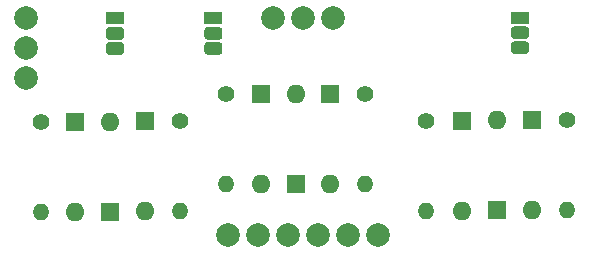
<source format=gbr>
G04 #@! TF.GenerationSoftware,KiCad,Pcbnew,(5.0.0)*
G04 #@! TF.CreationDate,2019-04-28T23:15:24+01:00*
G04 #@! TF.ProjectId,LS04,4C5330342E6B696361645F7063620000,rev?*
G04 #@! TF.SameCoordinates,Original*
G04 #@! TF.FileFunction,Soldermask,Bot*
G04 #@! TF.FilePolarity,Negative*
%FSLAX46Y46*%
G04 Gerber Fmt 4.6, Leading zero omitted, Abs format (unit mm)*
G04 Created by KiCad (PCBNEW (5.0.0)) date 04/28/19 23:15:24*
%MOMM*%
%LPD*%
G01*
G04 APERTURE LIST*
%ADD10C,2.000000*%
%ADD11O,1.600000X1.600000*%
%ADD12R,1.600000X1.600000*%
%ADD13O,1.400000X1.400000*%
%ADD14C,1.400000*%
%ADD15R,1.500000X1.050000*%
%ADD16C,0.100000*%
%ADD17C,1.050000*%
G04 APERTURE END LIST*
D10*
G04 #@! TO.C,J1*
X159068000Y-16065500D03*
X156528000Y-16065500D03*
X153988000Y-16065500D03*
X162878000Y-34480500D03*
X160338000Y-34480500D03*
X157798000Y-34480500D03*
X155258000Y-34480500D03*
X152718000Y-34480500D03*
X150178000Y-34480500D03*
X133033000Y-21145500D03*
X133033000Y-18605500D03*
X133033000Y-16065500D03*
G04 #@! TD*
D11*
G04 #@! TO.C,D1*
X143129000Y-32448500D03*
D12*
X143129000Y-24828500D03*
G04 #@! TD*
G04 #@! TO.C,D2*
X140144000Y-32512000D03*
D11*
X140144000Y-24892000D03*
G04 #@! TD*
G04 #@! TO.C,D3*
X158814000Y-30162500D03*
D12*
X158814000Y-22542500D03*
G04 #@! TD*
D11*
G04 #@! TO.C,D4*
X155892000Y-22542500D03*
D12*
X155892000Y-30162500D03*
G04 #@! TD*
G04 #@! TO.C,D5*
X175895000Y-24765000D03*
D11*
X175895000Y-32385000D03*
G04 #@! TD*
G04 #@! TO.C,D6*
X172910000Y-24765000D03*
D12*
X172910000Y-32385000D03*
G04 #@! TD*
D11*
G04 #@! TO.C,D7*
X137224000Y-32512000D03*
D12*
X137224000Y-24892000D03*
G04 #@! TD*
G04 #@! TO.C,D8*
X152972000Y-22542500D03*
D11*
X152972000Y-30162500D03*
G04 #@! TD*
D12*
G04 #@! TO.C,D9*
X169926000Y-24828500D03*
D11*
X169926000Y-32448500D03*
G04 #@! TD*
D13*
G04 #@! TO.C,R1*
X146050000Y-32448500D03*
D14*
X146050000Y-24828500D03*
G04 #@! TD*
G04 #@! TO.C,R2*
X134302000Y-24892000D03*
D13*
X134302000Y-32512000D03*
G04 #@! TD*
D14*
G04 #@! TO.C,R3*
X161734000Y-22542500D03*
D13*
X161734000Y-30162500D03*
G04 #@! TD*
G04 #@! TO.C,R4*
X149987000Y-30162500D03*
D14*
X149987000Y-22542500D03*
G04 #@! TD*
G04 #@! TO.C,R5*
X178880000Y-24765000D03*
D13*
X178880000Y-32385000D03*
G04 #@! TD*
G04 #@! TO.C,R6*
X166942000Y-32448500D03*
D14*
X166942000Y-24828500D03*
G04 #@! TD*
D15*
G04 #@! TO.C,VT1*
X140589000Y-16129000D03*
D16*
G36*
X141102229Y-18145264D02*
X141127711Y-18149044D01*
X141152700Y-18155303D01*
X141176954Y-18163982D01*
X141200242Y-18174996D01*
X141222337Y-18188239D01*
X141243028Y-18203585D01*
X141262116Y-18220884D01*
X141279415Y-18239972D01*
X141294761Y-18260663D01*
X141308004Y-18282758D01*
X141319018Y-18306046D01*
X141327697Y-18330300D01*
X141333956Y-18355289D01*
X141337736Y-18380771D01*
X141339000Y-18406500D01*
X141339000Y-18931500D01*
X141337736Y-18957229D01*
X141333956Y-18982711D01*
X141327697Y-19007700D01*
X141319018Y-19031954D01*
X141308004Y-19055242D01*
X141294761Y-19077337D01*
X141279415Y-19098028D01*
X141262116Y-19117116D01*
X141243028Y-19134415D01*
X141222337Y-19149761D01*
X141200242Y-19163004D01*
X141176954Y-19174018D01*
X141152700Y-19182697D01*
X141127711Y-19188956D01*
X141102229Y-19192736D01*
X141076500Y-19194000D01*
X140101500Y-19194000D01*
X140075771Y-19192736D01*
X140050289Y-19188956D01*
X140025300Y-19182697D01*
X140001046Y-19174018D01*
X139977758Y-19163004D01*
X139955663Y-19149761D01*
X139934972Y-19134415D01*
X139915884Y-19117116D01*
X139898585Y-19098028D01*
X139883239Y-19077337D01*
X139869996Y-19055242D01*
X139858982Y-19031954D01*
X139850303Y-19007700D01*
X139844044Y-18982711D01*
X139840264Y-18957229D01*
X139839000Y-18931500D01*
X139839000Y-18406500D01*
X139840264Y-18380771D01*
X139844044Y-18355289D01*
X139850303Y-18330300D01*
X139858982Y-18306046D01*
X139869996Y-18282758D01*
X139883239Y-18260663D01*
X139898585Y-18239972D01*
X139915884Y-18220884D01*
X139934972Y-18203585D01*
X139955663Y-18188239D01*
X139977758Y-18174996D01*
X140001046Y-18163982D01*
X140025300Y-18155303D01*
X140050289Y-18149044D01*
X140075771Y-18145264D01*
X140101500Y-18144000D01*
X141076500Y-18144000D01*
X141102229Y-18145264D01*
X141102229Y-18145264D01*
G37*
D17*
X140589000Y-18669000D03*
D16*
G36*
X141102229Y-16875264D02*
X141127711Y-16879044D01*
X141152700Y-16885303D01*
X141176954Y-16893982D01*
X141200242Y-16904996D01*
X141222337Y-16918239D01*
X141243028Y-16933585D01*
X141262116Y-16950884D01*
X141279415Y-16969972D01*
X141294761Y-16990663D01*
X141308004Y-17012758D01*
X141319018Y-17036046D01*
X141327697Y-17060300D01*
X141333956Y-17085289D01*
X141337736Y-17110771D01*
X141339000Y-17136500D01*
X141339000Y-17661500D01*
X141337736Y-17687229D01*
X141333956Y-17712711D01*
X141327697Y-17737700D01*
X141319018Y-17761954D01*
X141308004Y-17785242D01*
X141294761Y-17807337D01*
X141279415Y-17828028D01*
X141262116Y-17847116D01*
X141243028Y-17864415D01*
X141222337Y-17879761D01*
X141200242Y-17893004D01*
X141176954Y-17904018D01*
X141152700Y-17912697D01*
X141127711Y-17918956D01*
X141102229Y-17922736D01*
X141076500Y-17924000D01*
X140101500Y-17924000D01*
X140075771Y-17922736D01*
X140050289Y-17918956D01*
X140025300Y-17912697D01*
X140001046Y-17904018D01*
X139977758Y-17893004D01*
X139955663Y-17879761D01*
X139934972Y-17864415D01*
X139915884Y-17847116D01*
X139898585Y-17828028D01*
X139883239Y-17807337D01*
X139869996Y-17785242D01*
X139858982Y-17761954D01*
X139850303Y-17737700D01*
X139844044Y-17712711D01*
X139840264Y-17687229D01*
X139839000Y-17661500D01*
X139839000Y-17136500D01*
X139840264Y-17110771D01*
X139844044Y-17085289D01*
X139850303Y-17060300D01*
X139858982Y-17036046D01*
X139869996Y-17012758D01*
X139883239Y-16990663D01*
X139898585Y-16969972D01*
X139915884Y-16950884D01*
X139934972Y-16933585D01*
X139955663Y-16918239D01*
X139977758Y-16904996D01*
X140001046Y-16893982D01*
X140025300Y-16885303D01*
X140050289Y-16879044D01*
X140075771Y-16875264D01*
X140101500Y-16874000D01*
X141076500Y-16874000D01*
X141102229Y-16875264D01*
X141102229Y-16875264D01*
G37*
D17*
X140589000Y-17399000D03*
G04 #@! TD*
D16*
G04 #@! TO.C,VT2*
G36*
X149421229Y-16875264D02*
X149446711Y-16879044D01*
X149471700Y-16885303D01*
X149495954Y-16893982D01*
X149519242Y-16904996D01*
X149541337Y-16918239D01*
X149562028Y-16933585D01*
X149581116Y-16950884D01*
X149598415Y-16969972D01*
X149613761Y-16990663D01*
X149627004Y-17012758D01*
X149638018Y-17036046D01*
X149646697Y-17060300D01*
X149652956Y-17085289D01*
X149656736Y-17110771D01*
X149658000Y-17136500D01*
X149658000Y-17661500D01*
X149656736Y-17687229D01*
X149652956Y-17712711D01*
X149646697Y-17737700D01*
X149638018Y-17761954D01*
X149627004Y-17785242D01*
X149613761Y-17807337D01*
X149598415Y-17828028D01*
X149581116Y-17847116D01*
X149562028Y-17864415D01*
X149541337Y-17879761D01*
X149519242Y-17893004D01*
X149495954Y-17904018D01*
X149471700Y-17912697D01*
X149446711Y-17918956D01*
X149421229Y-17922736D01*
X149395500Y-17924000D01*
X148420500Y-17924000D01*
X148394771Y-17922736D01*
X148369289Y-17918956D01*
X148344300Y-17912697D01*
X148320046Y-17904018D01*
X148296758Y-17893004D01*
X148274663Y-17879761D01*
X148253972Y-17864415D01*
X148234884Y-17847116D01*
X148217585Y-17828028D01*
X148202239Y-17807337D01*
X148188996Y-17785242D01*
X148177982Y-17761954D01*
X148169303Y-17737700D01*
X148163044Y-17712711D01*
X148159264Y-17687229D01*
X148158000Y-17661500D01*
X148158000Y-17136500D01*
X148159264Y-17110771D01*
X148163044Y-17085289D01*
X148169303Y-17060300D01*
X148177982Y-17036046D01*
X148188996Y-17012758D01*
X148202239Y-16990663D01*
X148217585Y-16969972D01*
X148234884Y-16950884D01*
X148253972Y-16933585D01*
X148274663Y-16918239D01*
X148296758Y-16904996D01*
X148320046Y-16893982D01*
X148344300Y-16885303D01*
X148369289Y-16879044D01*
X148394771Y-16875264D01*
X148420500Y-16874000D01*
X149395500Y-16874000D01*
X149421229Y-16875264D01*
X149421229Y-16875264D01*
G37*
D17*
X148908000Y-17399000D03*
D16*
G36*
X149421229Y-18145264D02*
X149446711Y-18149044D01*
X149471700Y-18155303D01*
X149495954Y-18163982D01*
X149519242Y-18174996D01*
X149541337Y-18188239D01*
X149562028Y-18203585D01*
X149581116Y-18220884D01*
X149598415Y-18239972D01*
X149613761Y-18260663D01*
X149627004Y-18282758D01*
X149638018Y-18306046D01*
X149646697Y-18330300D01*
X149652956Y-18355289D01*
X149656736Y-18380771D01*
X149658000Y-18406500D01*
X149658000Y-18931500D01*
X149656736Y-18957229D01*
X149652956Y-18982711D01*
X149646697Y-19007700D01*
X149638018Y-19031954D01*
X149627004Y-19055242D01*
X149613761Y-19077337D01*
X149598415Y-19098028D01*
X149581116Y-19117116D01*
X149562028Y-19134415D01*
X149541337Y-19149761D01*
X149519242Y-19163004D01*
X149495954Y-19174018D01*
X149471700Y-19182697D01*
X149446711Y-19188956D01*
X149421229Y-19192736D01*
X149395500Y-19194000D01*
X148420500Y-19194000D01*
X148394771Y-19192736D01*
X148369289Y-19188956D01*
X148344300Y-19182697D01*
X148320046Y-19174018D01*
X148296758Y-19163004D01*
X148274663Y-19149761D01*
X148253972Y-19134415D01*
X148234884Y-19117116D01*
X148217585Y-19098028D01*
X148202239Y-19077337D01*
X148188996Y-19055242D01*
X148177982Y-19031954D01*
X148169303Y-19007700D01*
X148163044Y-18982711D01*
X148159264Y-18957229D01*
X148158000Y-18931500D01*
X148158000Y-18406500D01*
X148159264Y-18380771D01*
X148163044Y-18355289D01*
X148169303Y-18330300D01*
X148177982Y-18306046D01*
X148188996Y-18282758D01*
X148202239Y-18260663D01*
X148217585Y-18239972D01*
X148234884Y-18220884D01*
X148253972Y-18203585D01*
X148274663Y-18188239D01*
X148296758Y-18174996D01*
X148320046Y-18163982D01*
X148344300Y-18155303D01*
X148369289Y-18149044D01*
X148394771Y-18145264D01*
X148420500Y-18144000D01*
X149395500Y-18144000D01*
X149421229Y-18145264D01*
X149421229Y-18145264D01*
G37*
D17*
X148908000Y-18669000D03*
D15*
X148908000Y-16129000D03*
G04 #@! TD*
D16*
G04 #@! TO.C,VT3*
G36*
X175392229Y-16811764D02*
X175417711Y-16815544D01*
X175442700Y-16821803D01*
X175466954Y-16830482D01*
X175490242Y-16841496D01*
X175512337Y-16854739D01*
X175533028Y-16870085D01*
X175552116Y-16887384D01*
X175569415Y-16906472D01*
X175584761Y-16927163D01*
X175598004Y-16949258D01*
X175609018Y-16972546D01*
X175617697Y-16996800D01*
X175623956Y-17021789D01*
X175627736Y-17047271D01*
X175629000Y-17073000D01*
X175629000Y-17598000D01*
X175627736Y-17623729D01*
X175623956Y-17649211D01*
X175617697Y-17674200D01*
X175609018Y-17698454D01*
X175598004Y-17721742D01*
X175584761Y-17743837D01*
X175569415Y-17764528D01*
X175552116Y-17783616D01*
X175533028Y-17800915D01*
X175512337Y-17816261D01*
X175490242Y-17829504D01*
X175466954Y-17840518D01*
X175442700Y-17849197D01*
X175417711Y-17855456D01*
X175392229Y-17859236D01*
X175366500Y-17860500D01*
X174391500Y-17860500D01*
X174365771Y-17859236D01*
X174340289Y-17855456D01*
X174315300Y-17849197D01*
X174291046Y-17840518D01*
X174267758Y-17829504D01*
X174245663Y-17816261D01*
X174224972Y-17800915D01*
X174205884Y-17783616D01*
X174188585Y-17764528D01*
X174173239Y-17743837D01*
X174159996Y-17721742D01*
X174148982Y-17698454D01*
X174140303Y-17674200D01*
X174134044Y-17649211D01*
X174130264Y-17623729D01*
X174129000Y-17598000D01*
X174129000Y-17073000D01*
X174130264Y-17047271D01*
X174134044Y-17021789D01*
X174140303Y-16996800D01*
X174148982Y-16972546D01*
X174159996Y-16949258D01*
X174173239Y-16927163D01*
X174188585Y-16906472D01*
X174205884Y-16887384D01*
X174224972Y-16870085D01*
X174245663Y-16854739D01*
X174267758Y-16841496D01*
X174291046Y-16830482D01*
X174315300Y-16821803D01*
X174340289Y-16815544D01*
X174365771Y-16811764D01*
X174391500Y-16810500D01*
X175366500Y-16810500D01*
X175392229Y-16811764D01*
X175392229Y-16811764D01*
G37*
D17*
X174879000Y-17335500D03*
D16*
G36*
X175392229Y-18081764D02*
X175417711Y-18085544D01*
X175442700Y-18091803D01*
X175466954Y-18100482D01*
X175490242Y-18111496D01*
X175512337Y-18124739D01*
X175533028Y-18140085D01*
X175552116Y-18157384D01*
X175569415Y-18176472D01*
X175584761Y-18197163D01*
X175598004Y-18219258D01*
X175609018Y-18242546D01*
X175617697Y-18266800D01*
X175623956Y-18291789D01*
X175627736Y-18317271D01*
X175629000Y-18343000D01*
X175629000Y-18868000D01*
X175627736Y-18893729D01*
X175623956Y-18919211D01*
X175617697Y-18944200D01*
X175609018Y-18968454D01*
X175598004Y-18991742D01*
X175584761Y-19013837D01*
X175569415Y-19034528D01*
X175552116Y-19053616D01*
X175533028Y-19070915D01*
X175512337Y-19086261D01*
X175490242Y-19099504D01*
X175466954Y-19110518D01*
X175442700Y-19119197D01*
X175417711Y-19125456D01*
X175392229Y-19129236D01*
X175366500Y-19130500D01*
X174391500Y-19130500D01*
X174365771Y-19129236D01*
X174340289Y-19125456D01*
X174315300Y-19119197D01*
X174291046Y-19110518D01*
X174267758Y-19099504D01*
X174245663Y-19086261D01*
X174224972Y-19070915D01*
X174205884Y-19053616D01*
X174188585Y-19034528D01*
X174173239Y-19013837D01*
X174159996Y-18991742D01*
X174148982Y-18968454D01*
X174140303Y-18944200D01*
X174134044Y-18919211D01*
X174130264Y-18893729D01*
X174129000Y-18868000D01*
X174129000Y-18343000D01*
X174130264Y-18317271D01*
X174134044Y-18291789D01*
X174140303Y-18266800D01*
X174148982Y-18242546D01*
X174159996Y-18219258D01*
X174173239Y-18197163D01*
X174188585Y-18176472D01*
X174205884Y-18157384D01*
X174224972Y-18140085D01*
X174245663Y-18124739D01*
X174267758Y-18111496D01*
X174291046Y-18100482D01*
X174315300Y-18091803D01*
X174340289Y-18085544D01*
X174365771Y-18081764D01*
X174391500Y-18080500D01*
X175366500Y-18080500D01*
X175392229Y-18081764D01*
X175392229Y-18081764D01*
G37*
D17*
X174879000Y-18605500D03*
D15*
X174879000Y-16065500D03*
G04 #@! TD*
M02*

</source>
